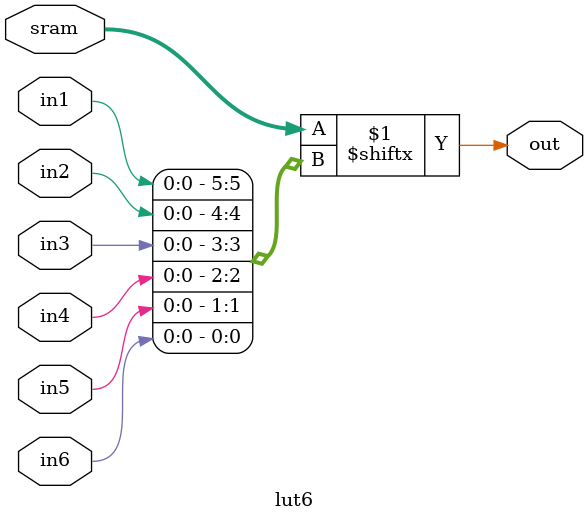
<source format=sv>
module lut6 (
    input  in1, in2, in3, in4, in5, in6,
    input  [63:0] sram,
    output out
);
    assign out = sram[{in1,in2,in3,in4,in5,in6}];
endmodule
</source>
